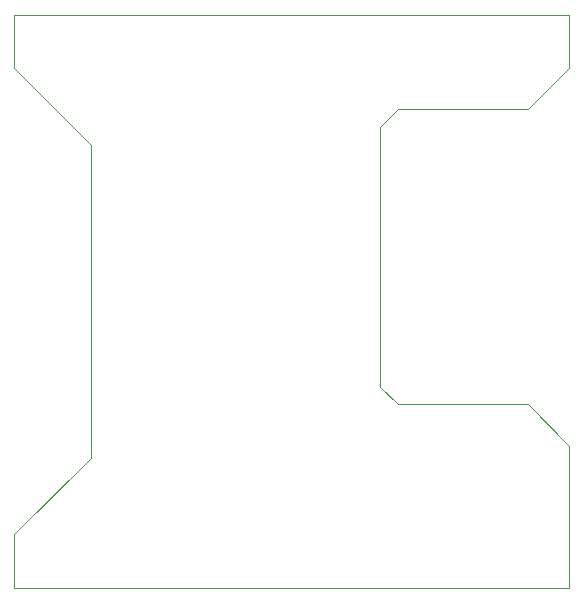
<source format=gbr>
%TF.GenerationSoftware,Altium Limited,Altium Designer,22.9.1 (49)*%
G04 Layer_Color=0*
%FSLAX45Y45*%
%MOMM*%
%TF.SameCoordinates,1FC91EB1-9634-4345-979C-C496A52DE46E*%
%TF.FilePolarity,Positive*%
%TF.FileFunction,Profile,NP*%
%TF.Part,Single*%
G01*
G75*
%TA.AperFunction,Profile*%
%ADD79C,0.02540*%
D79*
X800000Y700000D02*
X800000Y1150000D01*
X1450000Y1800000D01*
X1450000Y4450000D01*
X800000Y5100000D01*
X800000Y5550000D01*
X5500000Y5550000D01*
X5500000Y5100000D01*
X5150000Y4750000D01*
X4050000Y4750000D01*
X3900000Y4600000D01*
X3900000Y2400000D01*
X4050000Y2250000D01*
X5150000Y2250000D01*
X5500000Y1900000D01*
X5500000Y700000D01*
X800000Y700000D01*
%TF.MD5,a6eb3bab3c2e503d8a1a4c03bd583a1d*%
M02*

</source>
